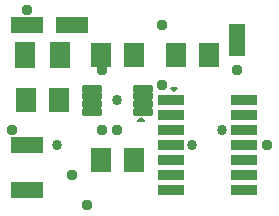
<source format=gts>
G04 EAGLE Gerber RS-274X export*
G75*
%MOMM*%
%FSLAX34Y34*%
%LPD*%
%INTop Solder Mask*%
%IPPOS*%
%AMOC8*
5,1,8,0,0,1.08239X$1,22.5*%
G01*
%ADD10C,0.152400*%
%ADD11R,1.703200X2.203200*%
%ADD12R,1.803200X2.003200*%
%ADD13R,1.473200X2.743200*%
%ADD14R,2.743200X1.473200*%
%ADD15R,2.235200X0.863600*%
%ADD16R,1.803200X2.006200*%
%ADD17C,0.321103*%
%ADD18C,0.859600*%
%ADD19C,0.959600*%


D10*
X121920Y86360D02*
X119380Y83820D01*
X121920Y83820D01*
X124460Y83820D01*
X121920Y86360D01*
X121920Y83820D01*
X149860Y111760D02*
X152400Y111760D01*
X149860Y111760D02*
X147320Y111760D01*
X149860Y109220D01*
X152400Y111760D01*
X149860Y111760D02*
X149860Y109220D01*
D11*
X53100Y139700D03*
X23100Y139700D03*
D12*
X52100Y101600D03*
X24100Y101600D03*
D13*
X203200Y152400D03*
D14*
X25400Y165100D03*
X25400Y63500D03*
D15*
X147066Y101600D03*
X208534Y101600D03*
X147066Y88900D03*
X147066Y76200D03*
X208534Y88900D03*
X208534Y76200D03*
X147066Y63500D03*
X208534Y63500D03*
X147066Y50800D03*
X147066Y38100D03*
X208534Y50800D03*
X208534Y38100D03*
X147066Y25400D03*
X208534Y25400D03*
D12*
X87600Y139700D03*
X115600Y139700D03*
X151100Y139700D03*
X179100Y139700D03*
D16*
X87380Y50800D03*
X115820Y50800D03*
D17*
X116339Y93661D02*
X129861Y93661D01*
X129861Y90039D01*
X116339Y90039D01*
X116339Y93661D01*
X116339Y93089D02*
X129861Y93089D01*
X129861Y100161D02*
X116339Y100161D01*
X129861Y100161D02*
X129861Y96539D01*
X116339Y96539D01*
X116339Y100161D01*
X116339Y99589D02*
X129861Y99589D01*
X129861Y106661D02*
X116339Y106661D01*
X129861Y106661D02*
X129861Y103039D01*
X116339Y103039D01*
X116339Y106661D01*
X116339Y106089D02*
X129861Y106089D01*
X129861Y113161D02*
X116339Y113161D01*
X129861Y113161D02*
X129861Y109539D01*
X116339Y109539D01*
X116339Y113161D01*
X116339Y112589D02*
X129861Y112589D01*
X86861Y113161D02*
X73339Y113161D01*
X86861Y113161D02*
X86861Y109539D01*
X73339Y109539D01*
X73339Y113161D01*
X73339Y112589D02*
X86861Y112589D01*
X86861Y106661D02*
X73339Y106661D01*
X86861Y106661D02*
X86861Y103039D01*
X73339Y103039D01*
X73339Y106661D01*
X73339Y106089D02*
X86861Y106089D01*
X86861Y100161D02*
X73339Y100161D01*
X86861Y100161D02*
X86861Y96539D01*
X73339Y96539D01*
X73339Y100161D01*
X73339Y99589D02*
X86861Y99589D01*
X86861Y93661D02*
X73339Y93661D01*
X86861Y93661D02*
X86861Y90039D01*
X73339Y90039D01*
X73339Y93661D01*
X73339Y93089D02*
X86861Y93089D01*
D14*
X63500Y165100D03*
X25400Y25400D03*
D18*
X101600Y101600D03*
X50800Y63500D03*
X165100Y63500D03*
X190500Y76200D03*
D19*
X88900Y76200D03*
X88900Y127000D03*
X139700Y165100D03*
X139700Y114300D03*
X203200Y127000D03*
X228600Y63500D03*
X101600Y76200D03*
X63500Y38100D03*
X76200Y12700D03*
X25400Y177800D03*
X12700Y76200D03*
M02*

</source>
